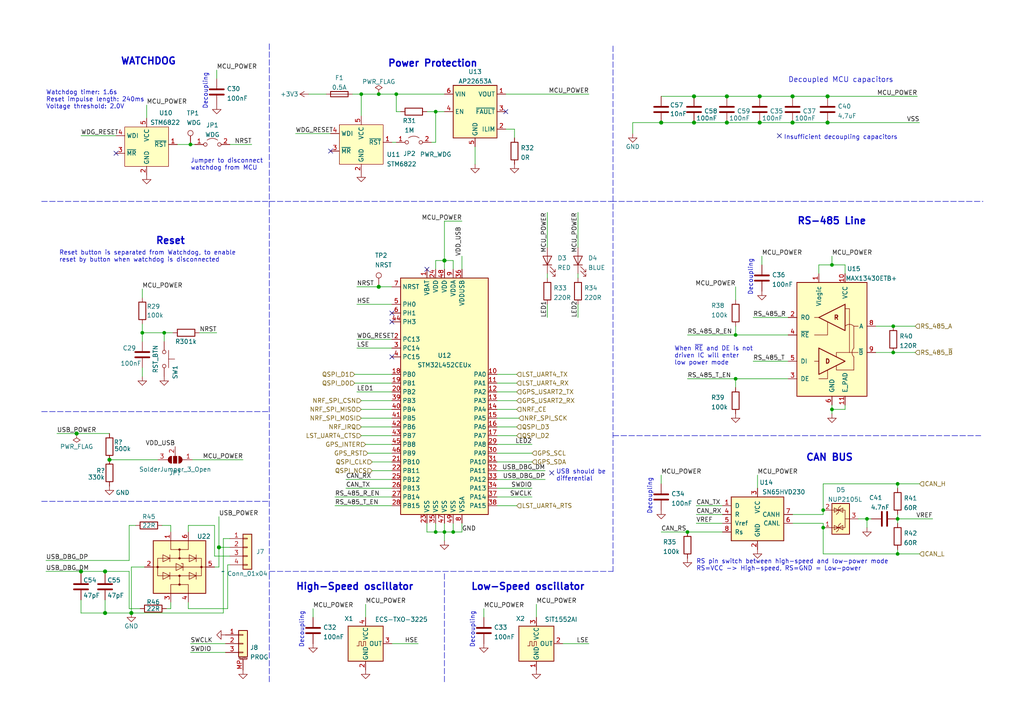
<source format=kicad_sch>
(kicad_sch (version 20210621) (generator eeschema)
  (paper "A4")
  (lib_symbols
    (symbol "Connector:TestPoint" (pin_numbers hide) (pin_names (offset 0.762) hide)
      (property "Reference" "TP" (at 0 6.858 0))
      (property "Value" "TestPoint" (at 0 5.08 0))
      (symbol "TestPoint_1_1"
        (pin passive line (at 0 0 90) (length 2.54) (name "1") (number "1"))
      )
    )
    (symbol "Connector_Generic:Conn_01x04" (pin_names (offset 1.016) hide)
      (property "Reference" "J" (at 0 5.08 0))
      (property "Value" "Conn_01x04" (at 0 -7.62 0))
      (symbol "Conn_01x04_1_1"
        (pin passive line (at -5.08 2.54 0) (length 3.81) (name "Pin_1") (number "1"))
        (pin passive line (at -5.08 0 0) (length 3.81) (name "Pin_2") (number "2"))
        (pin passive line (at -5.08 -2.54 0) (length 3.81) (name "Pin_3") (number "3"))
        (pin passive line (at -5.08 -5.08 0) (length 3.81) (name "Pin_4") (number "4"))
      )
    )
    (symbol "Connector_Generic_MountingPin:Conn_01x03_MountingPin" (pin_names (offset 1.016) hide)
      (property "Reference" "J" (at 0 5.08 0))
      (property "Value" "Conn_01x03_MountingPin" (at 1.27 -5.08 0))
      (symbol "Conn_01x03_MountingPin_1_1"
        (text "Mounting" (at 0 -4.191 0) (effects (font (size 0.381 0.381))))
        (pin passive line (at -5.08 2.54 0) (length 3.81) (name "Pin_1") (number "1"))
        (pin passive line (at -5.08 0 0) (length 3.81) (name "Pin_2") (number "2"))
        (pin passive line (at -5.08 -2.54 0) (length 3.81) (name "Pin_3") (number "3"))
        (pin passive line (at 0 -7.62 90) (length 3.048) (name "MountPin") (number "MP"))
      )
    )
    (symbol "Device:C" (pin_numbers hide) (pin_names (offset 0.254))
      (property "Reference" "C" (at 0.635 2.54 0))
      (property "Value" "C" (at 0.635 -2.54 0))
      (symbol "C_1_1"
        (pin passive line (at 0 3.81 270) (length 2.794) (name "~") (number "1"))
        (pin passive line (at 0 -3.81 90) (length 2.794) (name "~") (number "2"))
      )
    )
    (symbol "Device:Fuse" (pin_numbers hide) (pin_names (offset 0))
      (property "Reference" "F" (at 2.032 0 90))
      (property "Value" "Fuse" (at -1.905 0 90))
      (symbol "Fuse_1_1"
        (pin passive line (at 0 3.81 270) (length 1.27) (name "~") (number "1"))
        (pin passive line (at 0 -3.81 90) (length 1.27) (name "~") (number "2"))
      )
    )
    (symbol "Device:LED" (pin_numbers hide) (pin_names (offset 1.016) hide)
      (property "Reference" "D" (at 0 2.54 0))
      (property "Value" "LED" (at 0 -2.54 0))
      (symbol "LED_1_1"
        (pin passive line (at -3.81 0 0) (length 2.54) (name "K") (number "1"))
        (pin passive line (at 3.81 0 180) (length 2.54) (name "A") (number "2"))
      )
    )
    (symbol "Device:R" (pin_numbers hide) (pin_names (offset 0))
      (property "Reference" "R" (at 2.032 0 90))
      (property "Value" "R" (at 0 0 90))
      (symbol "R_1_1"
        (pin passive line (at 0 3.81 270) (length 1.27) (name "~") (number "1"))
        (pin passive line (at 0 -3.81 90) (length 1.27) (name "~") (number "2"))
      )
    )
    (symbol "Interface_CAN_LIN:SN65HVD230" (pin_names (offset 1.016))
      (property "Reference" "U" (at -2.54 10.16 0))
      (property "Value" "SN65HVD230" (at -2.54 7.62 0))
      (symbol "SN65HVD230_1_1"
        (pin input line (at -10.16 2.54 0) (length 2.54) (name "D") (number "1"))
        (pin power_in line (at 0 -10.16 90) (length 2.54) (name "GND") (number "2"))
        (pin power_in line (at 0 7.62 270) (length 2.54) (name "VCC") (number "3"))
        (pin output line (at -10.16 0 0) (length 2.54) (name "R") (number "4"))
        (pin output line (at -10.16 -2.54 0) (length 2.54) (name "Vref") (number "5"))
        (pin bidirectional line (at 10.16 -2.54 180) (length 2.54) (name "CANL") (number "6"))
        (pin bidirectional line (at 10.16 0 180) (length 2.54) (name "CANH") (number "7"))
        (pin input line (at -10.16 -5.08 0) (length 2.54) (name "Rs") (number "8"))
      )
    )
    (symbol "Jumper:Jumper_2_Open" (pin_names (offset 0) hide)
      (property "Reference" "JP" (at 0 2.794 0))
      (property "Value" "Jumper_2_Open" (at 0 -2.286 0))
      (symbol "Jumper_2_Open_1_1"
        (pin passive line (at -5.08 0 0) (length 2.54) (name "A") (number "1"))
        (pin passive line (at 5.08 0 180) (length 2.54) (name "B") (number "2"))
      )
    )
    (symbol "Jumper:SolderJumper_3_Open" (pin_names (offset 0) hide)
      (property "Reference" "JP" (at -2.54 -2.54 0))
      (property "Value" "SolderJumper_3_Open" (at 0 2.794 0))
      (symbol "SolderJumper_3_Open_1_1"
        (pin passive line (at -5.08 0 0) (length 2.54) (name "A") (number "1"))
        (pin input line (at 0 -3.81 90) (length 2.54) (name "C") (number "2"))
        (pin passive line (at 5.08 0 180) (length 2.54) (name "B") (number "3"))
      )
    )
    (symbol "Jumper_2_Open_1" (pin_names (offset 0) hide)
      (property "Reference" "JP" (at 0 2.794 0))
      (property "Value" "Jumper_2_Open_1" (at 0 -2.286 0))
      (symbol "Jumper_2_Open_1_1_1"
        (pin passive line (at -5.08 0 0) (length 2.54) (name "A") (number "1"))
        (pin passive line (at 5.08 0 180) (length 2.54) (name "B") (number "2"))
      )
    )
    (symbol "MCU_ST_STM32L4:STM32L452CEUx"
      (property "Reference" "U" (at -12.7 34.29 0))
      (property "Value" "STM32L452CEUx" (at 7.62 34.29 0))
      (symbol "STM32L452CEUx_1_1"
        (pin power_in line (at -5.08 35.56 270) (length 2.54) (name "VBAT") (number "1"))
        (pin bidirectional line (at 15.24 5.08 180) (length 2.54) (name "PA0") (number "10"))
        (pin bidirectional line (at 15.24 2.54 180) (length 2.54) (name "PA1") (number "11"))
        (pin bidirectional line (at 15.24 0 180) (length 2.54) (name "PA2") (number "12"))
        (pin bidirectional line (at 15.24 -2.54 180) (length 2.54) (name "PA3") (number "13"))
        (pin bidirectional line (at 15.24 -5.08 180) (length 2.54) (name "PA4") (number "14"))
        (pin bidirectional line (at 15.24 -7.62 180) (length 2.54) (name "PA5") (number "15"))
        (pin bidirectional line (at 15.24 -10.16 180) (length 2.54) (name "PA6") (number "16"))
        (pin bidirectional line (at 15.24 -12.7 180) (length 2.54) (name "PA7") (number "17"))
        (pin bidirectional line (at -15.24 5.08 0) (length 2.54) (name "PB0") (number "18"))
        (pin bidirectional line (at -15.24 2.54 0) (length 2.54) (name "PB1") (number "19"))
        (pin bidirectional line (at -15.24 15.24 0) (length 2.54) (name "PC13") (number "2"))
        (pin bidirectional line (at -15.24 0 0) (length 2.54) (name "PB2") (number "20"))
        (pin bidirectional line (at -15.24 -20.32 0) (length 2.54) (name "PB10") (number "21"))
        (pin bidirectional line (at -15.24 -22.86 0) (length 2.54) (name "PB11") (number "22"))
        (pin power_in line (at -5.08 -38.1 90) (length 2.54) (name "VSS") (number "23"))
        (pin power_in line (at -2.54 35.56 270) (length 2.54) (name "VDD") (number "24"))
        (pin bidirectional line (at -15.24 -25.4 0) (length 2.54) (name "PB12") (number "25"))
        (pin bidirectional line (at -15.24 -27.94 0) (length 2.54) (name "PB13") (number "26"))
        (pin bidirectional line (at -15.24 -30.48 0) (length 2.54) (name "PB14") (number "27"))
        (pin bidirectional line (at -15.24 -33.02 0) (length 2.54) (name "PB15") (number "28"))
        (pin bidirectional line (at 15.24 -15.24 180) (length 2.54) (name "PA8") (number "29"))
        (pin bidirectional line (at -15.24 12.7 0) (length 2.54) (name "PC14") (number "3"))
        (pin bidirectional line (at 15.24 -17.78 180) (length 2.54) (name "PA9") (number "30"))
        (pin bidirectional line (at 15.24 -20.32 180) (length 2.54) (name "PA10") (number "31"))
        (pin bidirectional line (at 15.24 -22.86 180) (length 2.54) (name "PA11") (number "32"))
        (pin bidirectional line (at 15.24 -25.4 180) (length 2.54) (name "PA12") (number "33"))
        (pin bidirectional line (at 15.24 -27.94 180) (length 2.54) (name "PA13") (number "34"))
        (pin power_in line (at -2.54 -38.1 90) (length 2.54) (name "VSS") (number "35"))
        (pin power_in line (at 5.08 35.56 270) (length 2.54) (name "VDDUSB") (number "36"))
        (pin bidirectional line (at 15.24 -30.48 180) (length 2.54) (name "PA14") (number "37"))
        (pin bidirectional line (at 15.24 -33.02 180) (length 2.54) (name "PA15") (number "38"))
        (pin bidirectional line (at -15.24 -2.54 0) (length 2.54) (name "PB3") (number "39"))
        (pin bidirectional line (at -15.24 10.16 0) (length 2.54) (name "PC15") (number "4"))
        (pin bidirectional line (at -15.24 -5.08 0) (length 2.54) (name "PB4") (number "40"))
        (pin bidirectional line (at -15.24 -7.62 0) (length 2.54) (name "PB5") (number "41"))
        (pin bidirectional line (at -15.24 -10.16 0) (length 2.54) (name "PB6") (number "42"))
        (pin bidirectional line (at -15.24 -12.7 0) (length 2.54) (name "PB7") (number "43"))
        (pin bidirectional line (at -15.24 20.32 0) (length 2.54) (name "PH3") (number "44"))
        (pin bidirectional line (at -15.24 -15.24 0) (length 2.54) (name "PB8") (number "45"))
        (pin bidirectional line (at -15.24 -17.78 0) (length 2.54) (name "PB9") (number "46"))
        (pin power_in line (at 0 -38.1 90) (length 2.54) (name "VSS") (number "47"))
        (pin power_in line (at 0 35.56 270) (length 2.54) (name "VDD") (number "48"))
        (pin power_in line (at 2.54 -38.1 90) (length 2.54) (name "VSS") (number "49"))
        (pin input line (at -15.24 25.4 0) (length 2.54) (name "PH0") (number "5"))
        (pin input line (at -15.24 22.86 0) (length 2.54) (name "PH1") (number "6"))
        (pin input line (at -15.24 30.48 0) (length 2.54) (name "NRST") (number "7"))
        (pin power_in line (at 5.08 -38.1 90) (length 2.54) (name "VSSA") (number "8"))
        (pin power_in line (at 2.54 35.56 270) (length 2.54) (name "VDDA") (number "9"))
      )
    )
    (symbol "Power_Protection:NUP2105L" (pin_names hide)
      (property "Reference" "D" (at 5.715 2.54 0))
      (property "Value" "NUP2105L" (at 5.715 0.635 0))
      (symbol "NUP2105L_0_0"
        (pin passive line (at 0 -5.08 90) (length 2.54) (name "A") (number "3"))
      )
      (symbol "NUP2105L_1_1"
        (pin passive line (at -2.54 5.08 270) (length 2.54) (name "K") (number "1"))
        (pin passive line (at 2.54 5.08 270) (length 2.54) (name "K") (number "2"))
      )
    )
    (symbol "Power_Protection:USBLC6-2P6" (pin_names hide)
      (property "Reference" "U" (at 2.54 8.89 0))
      (property "Value" "USBLC6-2P6" (at 2.54 -8.89 0))
      (symbol "USBLC6-2P6_1_1"
        (pin passive line (at -10.16 -2.54 0) (length 2.54) (name "I/O1") (number "1"))
        (pin passive line (at 0 -10.16 90) (length 2.54) (name "GND") (number "2"))
        (pin passive line (at 10.16 -2.54 180) (length 2.54) (name "I/O2") (number "3"))
        (pin passive line (at 10.16 2.54 180) (length 2.54) (name "I/O2") (number "4"))
        (pin passive line (at 0 10.16 270) (length 2.54) (name "VBUS") (number "5"))
        (pin passive line (at -10.16 2.54 0) (length 2.54) (name "I/O1") (number "6"))
      )
    )
    (symbol "Switch:SW_Push" (pin_numbers hide) (pin_names (offset 1.016) hide)
      (property "Reference" "SW" (at 1.27 2.54 0))
      (property "Value" "SW_Push" (at 0 -1.524 0))
      (symbol "SW_Push_0_1"
        (pin passive line (at -5.08 0 0) (length 2.54) (name "1") (number "1"))
        (pin passive line (at 5.08 0 180) (length 2.54) (name "2") (number "2"))
      )
    )
    (symbol "TCY_IC:MAX13430ETB+" (pin_names (offset 1.016))
      (property "Reference" "U" (at -10.16 19.05 0))
      (property "Value" "MAX13430ETB+" (at 5.08 19.05 0))
      (symbol "MAX13430ETB+_0_0"
        (text "D" (at -1.27 -5.08 0) (effects (font (size 1.27 1.27) bold)))
        (text "R" (at 1.27 7.62 0) (effects (font (size 1.27 1.27) bold)))
      )
      (symbol "MAX13430ETB+_1_1"
        (pin power_in line (at -3.81 20.32 270) (length 2.54) (name "Vlogic") (number "1"))
        (pin power_in line (at 3.81 20.32 270) (length 2.54) (name "VCC") (number "10"))
        (pin power_in line (at 3.81 -17.78 90) (length 2.54) (name "E_PAD") (number "11"))
        (pin output line (at -12.7 7.62 0) (length 2.54) (name "RO") (number "2"))
        (pin input line (at -12.7 -10.16 0) (length 2.54) (name "DE") (number "3"))
        (pin input line (at -12.7 2.54 0) (length 2.54) (name "~{RE}") (number "4"))
        (pin input line (at -12.7 -5.08 0) (length 2.54) (name "DI") (number "5"))
        (pin power_in line (at 0 -17.78 90) (length 2.54) (name "GND") (number "6"))
        (pin no_connect line (at 10.16 1.27 180) (length 2.54) hide (name "NC") (number "7"))
        (pin input line (at 12.7 5.08 180) (length 2.54) (name "A") (number "8"))
        (pin input line (at 12.7 -2.54 180) (length 2.54) (name "~{B}") (number "9"))
      )
    )
    (symbol "TCY_IC:STM6822"
      (property "Reference" "U" (at 6.35 13.97 0))
      (property "Value" "STM6822" (at 6.35 16.51 0))
      (symbol "STM6822_1_1"
        (pin open_collector line (at 8.89 6.35 180) (length 2.54) (name "~{RST}") (number "1"))
        (pin passive line (at 0 -2.54 90) (length 2.54) (name "GND") (number "2"))
        (pin input line (at -8.89 3.81 0) (length 2.54) (name "~{MR}") (number "3"))
        (pin input line (at -8.89 8.89 0) (length 2.54) (name "WDI") (number "4"))
        (pin power_in line (at 0 13.97 270) (length 2.54) (name "VCC") (number "5"))
      )
    )
    (symbol "TCY_ocillators:ECS-TXO-3225" (pin_names (offset 0.254))
      (property "Reference" "X" (at -6.35 6.35 0))
      (property "Value" "ECS-TXO-3225" (at 1.27 6.35 0))
      (symbol "ECS-TXO-3225_1_1"
        (pin no_connect line (at -7.62 0 0) (length 2.54) hide (name "NC") (number "1"))
        (pin power_in line (at 0 -7.62 90) (length 2.54) (name "GND") (number "2"))
        (pin output line (at 7.62 0 180) (length 2.54) (name "OUT") (number "3"))
        (pin power_in line (at 0 7.62 270) (length 2.54) (name "VCC") (number "4"))
      )
    )
    (symbol "TCY_ocillators:SiT1552AI" (pin_names (offset 0.254))
      (property "Reference" "X" (at -6.35 6.35 0))
      (property "Value" "SiT1552AI" (at 1.27 6.35 0))
      (symbol "SiT1552AI_1_1"
        (pin power_in line (at 0 -7.62 90) (length 2.54) (name "GND") (number "1"))
        (pin output line (at 7.62 0 180) (length 2.54) (name "OUT") (number "2"))
        (pin power_in line (at 0 7.62 270) (length 2.54) (name "VCC") (number "3"))
        (pin power_in line (at 0 -7.62 90) (length 2.54) hide (name "GND") (number "4"))
      )
    )
    (symbol "TCY_power_management:AP22653"
      (property "Reference" "U" (at 8.89 7.62 0))
      (property "Value" "AP22653" (at 0 7.62 0))
      (symbol "AP22653_1_1"
        (pin power_out line (at 8.89 2.54 180) (length 2.54) (name "VOUT") (number "1"))
        (pin passive line (at 8.89 -7.62 180) (length 2.54) (name "ILIM") (number "2"))
        (pin output line (at 8.89 -2.54 180) (length 2.54) (name "~{FAULT}") (number "3"))
        (pin input line (at -8.89 -2.54 0) (length 2.54) (name "EN") (number "4"))
        (pin passive line (at 0 -12.7 90) (length 2.54) (name "GND") (number "5"))
        (pin power_in line (at -8.89 2.54 0) (length 2.54) (name "VIN") (number "6"))
        (pin passive line (at 0 -12.7 90) (length 2.54) hide (name "E_PAD") (number "7"))
      )
    )
    (symbol "power:+3V3" (power) (pin_names (offset 0))
      (property "Value" "+3V3" (at 0 3.556 0))
      (symbol "+3V3_1_1"
        (pin power_in line (at 0 0 90) (length 0) hide (name "+3V3") (number "1"))
      )
    )
    (symbol "power:GND" (power) (pin_names (offset 0))
      (property "Value" "GND" (at 0 -3.81 0))
      (symbol "GND_1_1"
        (pin power_in line (at 0 0 270) (length 0) hide (name "GND") (number "1"))
      )
    )
    (symbol "power:PWR_FLAG" (power) (pin_numbers hide) (pin_names (offset 0) hide)
      (property "Value" "PWR_FLAG" (at 0 3.81 0))
      (symbol "PWR_FLAG_0_0"
        (pin power_out line (at 0 0 90) (length 0) (name "pwr") (number "1"))
      )
    )
  )
  (junction (at 22.225 125.73) (diameter 1.016))
  (junction (at 23.495 165.735) (diameter 1.016))
  (junction (at 30.48 165.735) (diameter 1.016))
  (junction (at 30.48 177.8) (diameter 1.016))
  (junction (at 31.75 133.35) (diameter 1.016))
  (junction (at 38.1 177.8) (diameter 1.016))
  (junction (at 41.275 96.52) (diameter 0.9144))
  (junction (at 47.625 96.52) (diameter 0.9144))
  (junction (at 55.245 41.91) (diameter 0.9144))
  (junction (at 63.5 158.75) (diameter 1.016))
  (junction (at 104.775 27.305) (diameter 0.9144))
  (junction (at 109.855 27.305) (diameter 0.9144))
  (junction (at 109.855 83.185) (diameter 1.016))
  (junction (at 114.935 27.305) (diameter 0.9144))
  (junction (at 126.365 32.385) (diameter 0.9144))
  (junction (at 126.365 154.305) (diameter 0.9144))
  (junction (at 128.905 75.565) (diameter 1.016))
  (junction (at 128.905 154.305) (diameter 0.9144))
  (junction (at 131.445 154.305) (diameter 0.9144))
  (junction (at 191.77 35.56) (diameter 1.016))
  (junction (at 199.39 154.305) (diameter 0.9144))
  (junction (at 201.295 27.94) (diameter 1.016))
  (junction (at 201.295 35.56) (diameter 1.016))
  (junction (at 210.82 27.94) (diameter 1.016))
  (junction (at 210.82 35.56) (diameter 1.016))
  (junction (at 213.36 97.155) (diameter 0.9144))
  (junction (at 213.36 109.855) (diameter 0.9144))
  (junction (at 220.345 27.94) (diameter 1.016))
  (junction (at 220.345 35.56) (diameter 1.016))
  (junction (at 229.87 27.94) (diameter 1.016))
  (junction (at 229.87 35.56) (diameter 1.016))
  (junction (at 238.76 147.955) (diameter 0.9144))
  (junction (at 238.76 153.035) (diameter 0.9144))
  (junction (at 240.03 27.94) (diameter 1.016))
  (junction (at 240.03 35.56) (diameter 1.016))
  (junction (at 241.3 76.835) (diameter 0.9144))
  (junction (at 241.3 118.745) (diameter 0.9144))
  (junction (at 251.46 150.495) (diameter 0.9144))
  (junction (at 259.08 94.615) (diameter 0.9144))
  (junction (at 259.08 102.235) (diameter 0.9144))
  (junction (at 260.35 140.335) (diameter 0.9144))
  (junction (at 260.35 150.495) (diameter 0.9144))
  (junction (at 260.35 160.655) (diameter 0.9144))
  (no_connect (at 33.655 44.45))
  (no_connect (at 95.885 43.815))
  (no_connect (at 113.665 90.805))
  (no_connect (at 113.665 93.345))
  (no_connect (at 113.665 103.505))
  (no_connect (at 123.825 78.105))
  (no_connect (at 146.685 32.385))
  (no_connect (at 160.02 137.16))
  (no_connect (at 226.06 39.37))
  (wire (pts (xy 13.335 162.56) (xy 37.465 162.56)))
  (wire (pts (xy 13.335 165.735) (xy 23.495 165.735)))
  (wire (pts (xy 16.51 125.73) (xy 22.225 125.73)))
  (wire (pts (xy 22.225 125.73) (xy 31.75 125.73)))
  (wire (pts (xy 23.495 39.37) (xy 33.655 39.37)))
  (wire (pts (xy 23.495 165.735) (xy 23.495 166.37)))
  (wire (pts (xy 23.495 165.735) (xy 30.48 165.735)))
  (wire (pts (xy 23.495 173.99) (xy 23.495 177.8)))
  (wire (pts (xy 23.495 177.8) (xy 30.48 177.8)))
  (wire (pts (xy 30.48 165.735) (xy 30.48 166.37)))
  (wire (pts (xy 30.48 165.735) (xy 37.465 165.735)))
  (wire (pts (xy 30.48 173.99) (xy 30.48 177.8)))
  (wire (pts (xy 30.48 177.8) (xy 38.1 177.8)))
  (wire (pts (xy 31.75 133.35) (xy 45.72 133.35)))
  (wire (pts (xy 37.465 152.4) (xy 37.465 162.56)))
  (wire (pts (xy 37.465 165.735) (xy 37.465 176.53)))
  (wire (pts (xy 38.1 164.465) (xy 41.91 164.465)))
  (wire (pts (xy 38.1 177.8) (xy 38.1 164.465)))
  (wire (pts (xy 38.1 177.8) (xy 64.77 177.8)))
  (wire (pts (xy 39.37 152.4) (xy 37.465 152.4)))
  (wire (pts (xy 40.64 176.53) (xy 37.465 176.53)))
  (wire (pts (xy 41.275 83.82) (xy 41.275 86.36)))
  (wire (pts (xy 41.275 93.98) (xy 41.275 96.52)))
  (wire (pts (xy 41.275 96.52) (xy 41.275 99.06)))
  (wire (pts (xy 41.275 96.52) (xy 47.625 96.52)))
  (wire (pts (xy 41.275 106.68) (xy 41.275 109.22)))
  (wire (pts (xy 42.545 30.48) (xy 42.545 34.29)))
  (wire (pts (xy 46.99 152.4) (xy 49.53 152.4)))
  (wire (pts (xy 47.625 96.52) (xy 47.625 99.06)))
  (wire (pts (xy 47.625 96.52) (xy 50.165 96.52)))
  (wire (pts (xy 48.26 176.53) (xy 49.53 176.53)))
  (wire (pts (xy 49.53 154.305) (xy 49.53 152.4)))
  (wire (pts (xy 49.53 174.625) (xy 49.53 176.53)))
  (wire (pts (xy 51.435 41.91) (xy 55.245 41.91)))
  (wire (pts (xy 54.61 152.4) (xy 54.61 154.305)))
  (wire (pts (xy 54.61 174.625) (xy 54.61 176.53)))
  (wire (pts (xy 54.61 176.53) (xy 66.04 176.53)))
  (wire (pts (xy 55.245 41.91) (xy 56.515 41.91)))
  (wire (pts (xy 55.88 133.35) (xy 70.485 133.35)))
  (wire (pts (xy 57.785 96.52) (xy 62.865 96.52)))
  (wire (pts (xy 62.23 152.4) (xy 54.61 152.4)))
  (wire (pts (xy 62.23 161.29) (xy 62.23 152.4)))
  (wire (pts (xy 62.23 164.465) (xy 63.5 164.465)))
  (wire (pts (xy 62.865 20.32) (xy 62.865 22.86)))
  (wire (pts (xy 63.5 149.86) (xy 63.5 158.75)))
  (wire (pts (xy 63.5 158.75) (xy 63.5 164.465)))
  (wire (pts (xy 63.5 158.75) (xy 66.675 158.75)))
  (wire (pts (xy 64.77 156.21) (xy 64.77 177.8)))
  (wire (pts (xy 65.405 186.69) (xy 55.245 186.69)))
  (wire (pts (xy 65.405 189.23) (xy 55.245 189.23)))
  (wire (pts (xy 66.04 163.83) (xy 66.04 176.53)))
  (wire (pts (xy 66.675 41.91) (xy 73.025 41.91)))
  (wire (pts (xy 66.675 156.21) (xy 64.77 156.21)))
  (wire (pts (xy 66.675 161.29) (xy 62.23 161.29)))
  (wire (pts (xy 66.675 163.83) (xy 66.04 163.83)))
  (wire (pts (xy 85.725 38.735) (xy 95.885 38.735)))
  (wire (pts (xy 89.535 27.305) (xy 94.615 27.305)))
  (wire (pts (xy 90.805 176.53) (xy 90.805 179.07)))
  (wire (pts (xy 97.155 144.145) (xy 113.665 144.145)))
  (wire (pts (xy 97.155 146.685) (xy 113.665 146.685)))
  (wire (pts (xy 100.33 139.065) (xy 113.665 139.065)))
  (wire (pts (xy 100.33 141.605) (xy 113.665 141.605)))
  (wire (pts (xy 102.235 27.305) (xy 104.775 27.305)))
  (wire (pts (xy 102.87 108.585) (xy 113.665 108.585)))
  (wire (pts (xy 102.87 111.125) (xy 113.665 111.125)))
  (wire (pts (xy 103.505 83.185) (xy 109.855 83.185)))
  (wire (pts (xy 103.505 88.265) (xy 113.665 88.265)))
  (wire (pts (xy 103.505 98.425) (xy 113.665 98.425)))
  (wire (pts (xy 103.505 100.965) (xy 113.665 100.965)))
  (wire (pts (xy 104.775 27.305) (xy 109.855 27.305)))
  (wire (pts (xy 104.775 33.655) (xy 104.775 27.305)))
  (wire (pts (xy 104.775 116.205) (xy 113.665 116.205)))
  (wire (pts (xy 104.775 118.745) (xy 113.665 118.745)))
  (wire (pts (xy 104.775 121.285) (xy 113.665 121.285)))
  (wire (pts (xy 104.775 123.825) (xy 113.665 123.825)))
  (wire (pts (xy 104.775 126.365) (xy 113.665 126.365)))
  (wire (pts (xy 106.045 128.905) (xy 113.665 128.905)))
  (wire (pts (xy 106.045 175.26) (xy 106.045 179.07)))
  (wire (pts (xy 106.68 131.445) (xy 113.665 131.445)))
  (wire (pts (xy 109.855 27.305) (xy 114.935 27.305)))
  (wire (pts (xy 109.855 83.185) (xy 113.665 83.185)))
  (wire (pts (xy 113.665 41.275) (xy 114.935 41.275)))
  (wire (pts (xy 113.665 113.665) (xy 103.505 113.665)))
  (wire (pts (xy 113.665 133.985) (xy 107.95 133.985)))
  (wire (pts (xy 113.665 136.525) (xy 107.95 136.525)))
  (wire (pts (xy 113.665 186.69) (xy 121.285 186.69)))
  (wire (pts (xy 114.935 27.305) (xy 114.935 32.385)))
  (wire (pts (xy 114.935 27.305) (xy 128.905 27.305)))
  (wire (pts (xy 116.205 32.385) (xy 114.935 32.385)))
  (wire (pts (xy 123.825 32.385) (xy 126.365 32.385)))
  (wire (pts (xy 123.825 154.305) (xy 123.825 151.765)))
  (wire (pts (xy 125.095 41.275) (xy 126.365 41.275)))
  (wire (pts (xy 126.365 32.385) (xy 126.365 41.275)))
  (wire (pts (xy 126.365 32.385) (xy 128.905 32.385)))
  (wire (pts (xy 126.365 75.565) (xy 128.905 75.565)))
  (wire (pts (xy 126.365 78.105) (xy 126.365 75.565)))
  (wire (pts (xy 126.365 151.765) (xy 126.365 154.305)))
  (wire (pts (xy 126.365 154.305) (xy 123.825 154.305)))
  (wire (pts (xy 128.905 64.135) (xy 128.905 75.565)))
  (wire (pts (xy 128.905 64.135) (xy 133.985 64.135)))
  (wire (pts (xy 128.905 75.565) (xy 128.905 78.105)))
  (wire (pts (xy 128.905 75.565) (xy 131.445 75.565)))
  (wire (pts (xy 128.905 151.765) (xy 128.905 154.305)))
  (wire (pts (xy 128.905 154.305) (xy 126.365 154.305)))
  (wire (pts (xy 128.905 154.305) (xy 131.445 154.305)))
  (wire (pts (xy 128.905 156.845) (xy 128.905 154.305)))
  (wire (pts (xy 131.445 78.105) (xy 131.445 75.565)))
  (wire (pts (xy 131.445 151.765) (xy 131.445 154.305)))
  (wire (pts (xy 131.445 154.305) (xy 133.985 154.305)))
  (wire (pts (xy 133.985 74.295) (xy 133.985 78.105)))
  (wire (pts (xy 133.985 154.305) (xy 133.985 151.765)))
  (wire (pts (xy 137.795 42.545) (xy 137.795 47.625)))
  (wire (pts (xy 140.335 176.53) (xy 140.335 179.07)))
  (wire (pts (xy 144.145 108.585) (xy 149.86 108.585)))
  (wire (pts (xy 144.145 111.125) (xy 149.86 111.125)))
  (wire (pts (xy 144.145 113.665) (xy 149.86 113.665)))
  (wire (pts (xy 144.145 116.205) (xy 149.86 116.205)))
  (wire (pts (xy 144.145 118.745) (xy 149.86 118.745)))
  (wire (pts (xy 144.145 121.285) (xy 150.495 121.285)))
  (wire (pts (xy 144.145 123.825) (xy 149.86 123.825)))
  (wire (pts (xy 144.145 126.365) (xy 149.86 126.365)))
  (wire (pts (xy 144.145 128.905) (xy 154.305 128.905)))
  (wire (pts (xy 144.145 131.445) (xy 154.305 131.445)))
  (wire (pts (xy 144.145 133.985) (xy 154.305 133.985)))
  (wire (pts (xy 144.145 136.525) (xy 158.115 136.525)))
  (wire (pts (xy 144.145 139.065) (xy 158.115 139.065)))
  (wire (pts (xy 144.145 141.605) (xy 154.305 141.605)))
  (wire (pts (xy 144.145 144.145) (xy 154.305 144.145)))
  (wire (pts (xy 144.145 146.685) (xy 149.86 146.685)))
  (wire (pts (xy 146.685 27.305) (xy 170.815 27.305)))
  (wire (pts (xy 146.685 37.465) (xy 149.225 37.465)))
  (wire (pts (xy 149.225 37.465) (xy 149.225 40.005)))
  (wire (pts (xy 155.575 175.26) (xy 155.575 179.07)))
  (wire (pts (xy 158.75 61.595) (xy 158.75 71.755)))
  (wire (pts (xy 158.75 79.375) (xy 158.75 80.645)))
  (wire (pts (xy 158.75 88.265) (xy 158.75 92.075)))
  (wire (pts (xy 163.195 186.69) (xy 170.815 186.69)))
  (wire (pts (xy 167.64 61.595) (xy 167.64 71.755)))
  (wire (pts (xy 167.64 79.375) (xy 167.64 80.645)))
  (wire (pts (xy 167.64 88.265) (xy 167.64 92.075)))
  (wire (pts (xy 183.515 35.56) (xy 191.77 35.56)))
  (wire (pts (xy 183.515 38.735) (xy 183.515 35.56)))
  (wire (pts (xy 191.77 27.94) (xy 201.295 27.94)))
  (wire (pts (xy 191.77 35.56) (xy 201.295 35.56)))
  (wire (pts (xy 191.77 137.795) (xy 191.77 140.335)))
  (wire (pts (xy 191.77 154.305) (xy 199.39 154.305)))
  (wire (pts (xy 199.39 97.155) (xy 213.36 97.155)))
  (wire (pts (xy 199.39 109.855) (xy 213.36 109.855)))
  (wire (pts (xy 199.39 154.305) (xy 209.55 154.305)))
  (wire (pts (xy 201.295 27.94) (xy 210.82 27.94)))
  (wire (pts (xy 201.295 35.56) (xy 210.82 35.56)))
  (wire (pts (xy 201.93 146.685) (xy 209.55 146.685)))
  (wire (pts (xy 201.93 149.225) (xy 209.55 149.225)))
  (wire (pts (xy 201.93 151.765) (xy 209.55 151.765)))
  (wire (pts (xy 210.82 27.94) (xy 220.345 27.94)))
  (wire (pts (xy 210.82 35.56) (xy 220.345 35.56)))
  (wire (pts (xy 213.36 83.185) (xy 213.36 86.995)))
  (wire (pts (xy 213.36 94.615) (xy 213.36 97.155)))
  (wire (pts (xy 213.36 97.155) (xy 228.6 97.155)))
  (wire (pts (xy 213.36 109.855) (xy 213.36 112.395)))
  (wire (pts (xy 213.36 109.855) (xy 228.6 109.855)))
  (wire (pts (xy 218.44 92.075) (xy 228.6 92.075)))
  (wire (pts (xy 218.44 104.775) (xy 228.6 104.775)))
  (wire (pts (xy 219.71 137.795) (xy 219.71 141.605)))
  (wire (pts (xy 220.345 27.94) (xy 229.87 27.94)))
  (wire (pts (xy 220.345 35.56) (xy 229.87 35.56)))
  (wire (pts (xy 220.98 74.295) (xy 220.98 76.835)))
  (wire (pts (xy 229.87 27.94) (xy 240.03 27.94)))
  (wire (pts (xy 229.87 35.56) (xy 240.03 35.56)))
  (wire (pts (xy 229.87 149.225) (xy 238.76 149.225)))
  (wire (pts (xy 229.87 151.765) (xy 238.76 151.765)))
  (wire (pts (xy 237.49 76.835) (xy 241.3 76.835)))
  (wire (pts (xy 237.49 79.375) (xy 237.49 76.835)))
  (wire (pts (xy 238.76 140.335) (xy 238.76 147.955)))
  (wire (pts (xy 238.76 149.225) (xy 238.76 147.955)))
  (wire (pts (xy 238.76 151.765) (xy 238.76 153.035)))
  (wire (pts (xy 238.76 153.035) (xy 238.76 160.655)))
  (wire (pts (xy 240.03 27.94) (xy 266.065 27.94)))
  (wire (pts (xy 240.03 35.56) (xy 266.7 35.56)))
  (wire (pts (xy 241.3 76.835) (xy 241.3 74.295)))
  (wire (pts (xy 241.3 117.475) (xy 241.3 118.745)))
  (wire (pts (xy 241.3 118.745) (xy 241.3 120.015)))
  (wire (pts (xy 245.11 76.835) (xy 241.3 76.835)))
  (wire (pts (xy 245.11 79.375) (xy 245.11 76.835)))
  (wire (pts (xy 245.11 117.475) (xy 245.11 118.745)))
  (wire (pts (xy 245.11 118.745) (xy 241.3 118.745)))
  (wire (pts (xy 248.92 150.495) (xy 251.46 150.495)))
  (wire (pts (xy 251.46 150.495) (xy 251.46 153.035)))
  (wire (pts (xy 251.46 150.495) (xy 252.73 150.495)))
  (wire (pts (xy 254 94.615) (xy 259.08 94.615)))
  (wire (pts (xy 254 102.235) (xy 259.08 102.235)))
  (wire (pts (xy 259.08 94.615) (xy 265.43 94.615)))
  (wire (pts (xy 259.08 102.235) (xy 265.43 102.235)))
  (wire (pts (xy 260.35 140.335) (xy 238.76 140.335)))
  (wire (pts (xy 260.35 140.335) (xy 260.35 141.605)))
  (wire (pts (xy 260.35 149.225) (xy 260.35 150.495)))
  (wire (pts (xy 260.35 150.495) (xy 270.51 150.495)))
  (wire (pts (xy 260.35 151.765) (xy 260.35 150.495)))
  (wire (pts (xy 260.35 159.385) (xy 260.35 160.655)))
  (wire (pts (xy 260.35 160.655) (xy 238.76 160.655)))
  (wire (pts (xy 266.7 140.335) (xy 260.35 140.335)))
  (wire (pts (xy 266.7 160.655) (xy 260.35 160.655)))
  (polyline (pts (xy 12.065 58.42) (xy 78.105 58.42)) (stroke (width 0) (type dash)))
  (polyline (pts (xy 12.065 119.38) (xy 78.105 119.38)) (stroke (width 0) (type dash)))
  (polyline (pts (xy 12.065 145.415) (xy 78.105 145.415)) (stroke (width 0) (type dash)))
  (polyline (pts (xy 78.105 12.7) (xy 78.105 166.37)) (stroke (width 0) (type dash)))
  (polyline (pts (xy 78.105 58.42) (xy 177.165 58.42)) (stroke (width 0) (type dash)))
  (polyline (pts (xy 78.105 165.735) (xy 177.8 165.735)) (stroke (width 0) (type dash)))
  (polyline (pts (xy 78.105 166.37) (xy 78.105 198.12)) (stroke (width 0) (type dash)))
  (polyline (pts (xy 128.905 166.37) (xy 128.905 198.12)) (stroke (width 0) (type dash)))
  (polyline (pts (xy 177.165 58.42) (xy 191.135 58.42)) (stroke (width 0) (type dash)))
  (polyline (pts (xy 177.8 13.335) (xy 177.8 165.735)) (stroke (width 0) (type dash)))
  (polyline (pts (xy 177.8 126.365) (xy 284.48 126.365)) (stroke (width 0) (type dash)))
  (polyline (pts (xy 191.135 58.42) (xy 285.115 58.42)) (stroke (width 0) (type dash)))
  (text "Watchdog timer: 1.6s\nReset impulse length: 240ms\nVoltage threshold: 2.0V" (at 13.335 31.75 0) (effects (font (size 1.27 1.27)) (justify left bottom)))
  (text "Reset button is separated from Watchdog, to enable\nreset by button when watchdog is disconnected" (at 17.145 76.2 0) (effects (font (size 1.27 1.27)) (justify left bottom)))
  (text "WATCHDOG" (at 34.925 19.05 0) (effects (font (size 2 2) (thickness 0.4) bold) (justify left bottom)))
  (text "Reset" (at 45.085 71.12 0) (effects (font (size 2 2) (thickness 0.4) bold) (justify left bottom)))
  (text "Jumper to disconnect\nwatchdog from MCU" (at 55.245 49.53 0) (effects (font (size 1.27 1.27)) (justify left bottom)))
  (text "Decoupling" (at 60.325 31.75 90) (effects (font (size 1.27 1.27)) (justify left bottom)))
  (text "High-Speed oscillator" (at 85.725 171.45 0) (effects (font (size 2 2) (thickness 0.4) bold) (justify left bottom)))
  (text "Decoupling" (at 88.265 187.96 90) (effects (font (size 1.27 1.27)) (justify left bottom)))
  (text "Power Protection" (at 112.395 19.685 0) (effects (font (size 2 2) (thickness 0.4) bold) (justify left bottom)))
  (text "Low-Speed oscillator" (at 136.525 171.45 0) (effects (font (size 2 2) (thickness 0.4) bold) (justify left bottom)))
  (text "Decoupling" (at 137.795 187.96 90) (effects (font (size 1.27 1.27)) (justify left bottom)))
  (text "USB should be\ndifferential" (at 161.29 139.7 0) (effects (font (size 1.27 1.27)) (justify left bottom)))
  (text "Decoupling" (at 189.23 149.225 90) (effects (font (size 1.27 1.27)) (justify left bottom)))
  (text "When ~{RE} and DE is not\ndriven IC will enter\nlow power mode" (at 195.58 106.045 0) (effects (font (size 1.27 1.27)) (justify left bottom)))
  (text "RS pin switch between high-speed and low-power mode\nRS=VCC -> High-speed, RS=GND = Low-power" (at 201.93 165.735 0) (effects (font (size 1.27 1.27)) (justify left bottom)))
  (text "Decoupling" (at 218.44 85.725 90) (effects (font (size 1.27 1.27)) (justify left bottom)))
  (text "Insufficient decoupling capacitors" (at 227.33 40.64 0) (effects (font (size 1.27 1.27)) (justify left bottom)))
  (text "Decoupled MCU capacitors" (at 228.6 24.13 0) (effects (font (size 1.5 1.5)) (justify left bottom)))
  (text "RS-485 Line" (at 231.14 65.405 0) (effects (font (size 2 2) (thickness 0.4) bold) (justify left bottom)))
  (text "CAN BUS" (at 233.68 133.985 0) (effects (font (size 2 2) (thickness 0.4) bold) (justify left bottom)))
  (text "\n\n" (at 243.84 40.005 0) (effects (font (size 1.27 1.27)) (justify left bottom)))
  (label "USB_DBG_DP" (at 13.335 162.56 0))
  (label "USB_DBG_DM" (at 13.335 165.735 0))
  (label "USB_POWER" (at 16.51 125.73 0))
  (label "WDG_RESET" (at 23.495 39.37 0))
  (label "MCU_POWER" (at 41.275 83.82 0))
  (label "MCU_POWER" (at 42.545 30.48 0))
  (label "VDD_USB" (at 50.8 129.54 180))
  (label "SWCLK" (at 55.245 186.69 0))
  (label "SWDIO" (at 55.245 189.23 0))
  (label "MCU_POWER" (at 62.865 20.32 0))
  (label "NRST" (at 62.865 96.52 180))
  (label "USB_POWER" (at 63.5 149.86 0))
  (label "MCU_POWER" (at 70.485 133.35 180))
  (label "NRST" (at 73.025 41.91 180))
  (label "WDG_RESET" (at 85.725 38.735 0))
  (label "MCU_POWER" (at 90.805 176.53 0))
  (label "RS_485_R_EN" (at 97.155 144.145 0))
  (label "RS_485_T_EN" (at 97.155 146.685 0))
  (label "CAN_RX" (at 100.33 139.065 0))
  (label "CAN_TX" (at 100.33 141.605 0))
  (label "NRST" (at 103.505 83.185 0))
  (label "HSE" (at 103.505 88.265 0))
  (label "WDG_RESET" (at 103.505 98.425 0))
  (label "LSE" (at 103.505 100.965 0))
  (label "LED1" (at 103.505 113.665 0))
  (label "MCU_POWER" (at 106.045 175.26 0))
  (label "HSE" (at 121.285 186.69 180))
  (label "MCU_POWER" (at 133.985 64.135 180))
  (label "VDD_USB" (at 133.985 74.295 90))
  (label "GND" (at 133.985 154.305 0))
  (label "MCU_POWER" (at 140.335 176.53 0))
  (label "LED2" (at 154.305 128.905 180))
  (label "SWDIO" (at 154.305 141.605 180))
  (label "SWCLK" (at 154.305 144.145 180))
  (label "MCU_POWER" (at 155.575 175.26 0))
  (label "USB_DBG_DM" (at 158.115 136.525 180))
  (label "USB_DBG_DP" (at 158.115 139.065 180))
  (label "MCU_POWER" (at 158.75 61.595 270))
  (label "LED1" (at 158.75 92.075 90))
  (label "MCU_POWER" (at 167.64 61.595 270))
  (label "LED2" (at 167.64 92.075 90))
  (label "MCU_POWER" (at 170.815 27.305 180))
  (label "LSE" (at 170.815 186.69 180))
  (label "MCU_POWER" (at 191.77 137.795 0))
  (label "CAN_RS" (at 191.77 154.305 0))
  (label "RS_485_R_EN" (at 199.39 97.155 0))
  (label "RS_485_T_EN" (at 199.39 109.855 0))
  (label "CAN_TX" (at 201.93 146.685 0))
  (label "CAN_RX" (at 201.93 149.225 0))
  (label "VREF" (at 201.93 151.765 0))
  (label "MCU_POWER" (at 213.36 83.185 180))
  (label "RS_485_R" (at 218.44 92.075 0))
  (label "RS_485_T" (at 218.44 104.775 0))
  (label "MCU_POWER" (at 219.71 137.795 0))
  (label "MCU_POWER" (at 220.98 74.295 0))
  (label "MCU_POWER" (at 241.3 74.295 0))
  (label "MCU_POWER" (at 266.065 27.94 180))
  (label "VSS" (at 266.7 35.56 180))
  (label "VREF" (at 270.51 150.495 180))
  (hierarchical_label "QSPI_D1" (shape input) (at 102.87 108.585 180))
  (hierarchical_label "QSPI_D0" (shape input) (at 102.87 111.125 180))
  (hierarchical_label "NRF_SPI_CSN" (shape input) (at 104.775 116.205 180))
  (hierarchical_label "NRF_SPI_MISO" (shape input) (at 104.775 118.745 180))
  (hierarchical_label "NRF_SPI_MOSI" (shape input) (at 104.775 121.285 180))
  (hierarchical_label "NRF_IRQ" (shape input) (at 104.775 123.825 180))
  (hierarchical_label "LST_UART4_CTS" (shape input) (at 104.775 126.365 180))
  (hierarchical_label "GPS_INTER" (shape input) (at 106.045 128.905 180))
  (hierarchical_label "GPS_RST" (shape input) (at 106.68 131.445 180))
  (hierarchical_label "QSPI_CLK" (shape input) (at 107.95 133.985 180))
  (hierarchical_label "QSPI_NCS" (shape input) (at 107.95 136.525 180))
  (hierarchical_label "LST_UART4_TX" (shape input) (at 149.86 108.585 0))
  (hierarchical_label "LST_UART4_RX" (shape input) (at 149.86 111.125 0))
  (hierarchical_label "GPS_USART2_TX" (shape input) (at 149.86 113.665 0))
  (hierarchical_label "GPS_USART2_RX" (shape input) (at 149.86 116.205 0))
  (hierarchical_label "NRF_CE" (shape input) (at 149.86 118.745 0))
  (hierarchical_label "QSPI_D3" (shape input) (at 149.86 123.825 0))
  (hierarchical_label "QSPI_D2" (shape input) (at 149.86 126.365 0))
  (hierarchical_label "LST_UART4_RTS" (shape input) (at 149.86 146.685 0))
  (hierarchical_label "NRF_SPI_SCK" (shape input) (at 150.495 121.285 0))
  (hierarchical_label "GPS_SCL" (shape input) (at 154.305 131.445 0))
  (hierarchical_label "GPS_SDA" (shape input) (at 154.305 133.985 0))
  (hierarchical_label "RS_485_A" (shape input) (at 265.43 94.615 0))
  (hierarchical_label "RS_485_~{B}" (shape input) (at 265.43 102.235 0))
  (hierarchical_label "CAN_H" (shape input) (at 266.7 140.335 0))
  (hierarchical_label "CAN_L" (shape input) (at 266.7 160.655 0))
  (symbol (lib_id "power:+3V3") (at 89.535 27.305 90) (unit 1)
    (property "Reference" "#PWR0157" (effects hide))
    (property "Value" "+3V3" (at 81.28 27.3049 90) (effects (justify right)))
  )
  (symbol (lib_id "power:PWR_FLAG") (at 22.225 125.73 180) (unit 1)
    (property "Reference" "#FLG0103" (effects hide))
    (property "Value" "PWR_FLAG" (at 22.225 129.54 0))
  )
  (symbol (lib_id "power:PWR_FLAG") (at 109.855 27.305 0) (unit 1)
    (property "Reference" "#FLG0101" (effects hide))
    (property "Value" "PWR_FLAG" (at 109.855 23.7004 0))
  )
  (symbol (lib_id "Connector:TestPoint") (at 55.245 41.91 0) (unit 1)
    (property "Reference" "TP1" (at 54.1021 32.81 0) (effects (justify left)))
    (property "Value" "WDG" (at 54.1021 35.5851 0) (effects (justify left)))
    (property "Footprint" "TCY_connectors:TestPoint_Pad_D0.5mm" (effects hide))
  )
  (symbol (lib_id "Connector:TestPoint") (at 109.855 83.185 0) (unit 1)
    (property "Reference" "TP2" (at 108.7121 74.085 0) (effects (justify left)))
    (property "Value" "NRST" (at 108.7121 76.8601 0) (effects (justify left)))
    (property "Footprint" "TCY_connectors:TestPoint_Pad_D0.5mm" (effects hide))
  )
  (symbol (lib_id "power:GND") (at 31.75 140.97 0) (unit 1)
    (property "Reference" "#PWR0134" (effects hide))
    (property "Value" "GND" (at 35.56 142.875 0))
  )
  (symbol (lib_id "power:GND") (at 38.1 177.8 0) (unit 1)
    (property "Reference" "#PWR0141" (effects hide))
    (property "Value" "GND" (at 38.1 181.61 0))
  )
  (symbol (lib_id "power:GND") (at 41.275 109.22 0) (unit 1)
    (property "Reference" "#PWR0127" (effects hide))
    (property "Value" "GND" (effects hide))
  )
  (symbol (lib_id "power:GND") (at 42.545 50.8 0) (unit 1)
    (property "Reference" "#PWR0125" (effects hide))
    (property "Value" "GND" (effects hide))
  )
  (symbol (lib_id "power:GND") (at 47.625 109.22 0) (unit 1)
    (property "Reference" "#PWR0128" (effects hide))
    (property "Value" "GND" (effects hide))
  )
  (symbol (lib_id "power:GND") (at 62.865 30.48 0) (unit 1)
    (property "Reference" "#PWR0126" (effects hide))
    (property "Value" "GND" (effects hide))
  )
  (symbol (lib_id "power:GND") (at 65.405 184.15 270) (unit 1)
    (property "Reference" "#PWR0132" (effects hide))
    (property "Value" "GND" (effects hide))
  )
  (symbol (lib_id "power:GND") (at 70.485 194.31 0) (unit 1)
    (property "Reference" "#PWR0131" (effects hide))
    (property "Value" "GND" (effects hide))
  )
  (symbol (lib_id "power:GND") (at 90.805 186.69 0) (unit 1)
    (property "Reference" "#PWR0133" (effects hide))
    (property "Value" "GND" (effects hide))
  )
  (symbol (lib_id "power:GND") (at 104.775 50.165 0) (unit 1)
    (property "Reference" "#PWR0137" (effects hide))
    (property "Value" "GND" (effects hide))
  )
  (symbol (lib_id "power:GND") (at 106.045 194.31 0) (unit 1)
    (property "Reference" "#PWR0135" (effects hide))
    (property "Value" "GND" (effects hide))
  )
  (symbol (lib_id "power:GND") (at 128.905 156.845 0) (unit 1)
    (property "Reference" "#PWR0138" (effects hide))
    (property "Value" "GND" (effects hide))
  )
  (symbol (lib_id "power:GND") (at 137.795 47.625 0) (unit 1)
    (property "Reference" "#PWR0139" (effects hide))
    (property "Value" "GND" (effects hide))
  )
  (symbol (lib_id "power:GND") (at 140.335 186.69 0) (unit 1)
    (property "Reference" "#PWR0130" (effects hide))
    (property "Value" "GND" (effects hide))
  )
  (symbol (lib_id "power:GND") (at 149.225 47.625 0) (unit 1)
    (property "Reference" "#PWR0124" (effects hide))
    (property "Value" "GND" (effects hide))
  )
  (symbol (lib_id "power:GND") (at 155.575 194.31 0) (unit 1)
    (property "Reference" "#PWR0129" (effects hide))
    (property "Value" "GND" (effects hide))
  )
  (symbol (lib_id "power:GND") (at 183.515 38.735 0) (unit 1)
    (property "Reference" "#PWR0116" (effects hide))
    (property "Value" "GND" (at 183.515 42.545 0))
  )
  (symbol (lib_id "power:GND") (at 191.77 147.955 0) (unit 1)
    (property "Reference" "#PWR0121" (effects hide))
    (property "Value" "GND" (effects hide))
  )
  (symbol (lib_id "power:GND") (at 199.39 161.925 0) (unit 1)
    (property "Reference" "#PWR0119" (effects hide))
    (property "Value" "GND" (effects hide))
  )
  (symbol (lib_id "power:GND") (at 213.36 120.015 0) (unit 1)
    (property "Reference" "#PWR0120" (effects hide))
    (property "Value" "GND" (effects hide))
  )
  (symbol (lib_id "power:GND") (at 219.71 159.385 0) (unit 1)
    (property "Reference" "#PWR0118" (effects hide))
    (property "Value" "GND" (effects hide))
  )
  (symbol (lib_id "power:GND") (at 220.98 84.455 0) (unit 1)
    (property "Reference" "#PWR0117" (effects hide))
    (property "Value" "GND" (effects hide))
  )
  (symbol (lib_id "power:GND") (at 241.3 120.015 0) (unit 1)
    (property "Reference" "#PWR0122" (effects hide))
    (property "Value" "GND" (effects hide))
  )
  (symbol (lib_id "power:GND") (at 251.46 153.035 0) (unit 1)
    (property "Reference" "#PWR0123" (effects hide))
    (property "Value" "GND" (effects hide))
  )
  (symbol (lib_id "Device:Fuse") (at 98.425 27.305 90) (unit 1)
    (property "Reference" "F1" (at 98.425 22.5764 90))
    (property "Value" "0.5A" (at 98.425 25.3515 90))
    (property "Footprint" "Fuse:Fuse_0805_2012Metric" (effects hide))
  )
  (symbol (lib_id "Device:R") (at 31.75 129.54 0) (unit 1)
    (property "Reference" "R?" (at 34.29 128.27 0))
    (property "Value" "500k" (at 35.56 130.175 0))
    (property "Footprint" "Resistor_SMD:R_0603_1608Metric" (effects hide))
  )
  (symbol (lib_id "Device:R") (at 31.75 137.16 0) (unit 1)
    (property "Reference" "R?" (at 29.21 136.525 0))
    (property "Value" "330k" (at 27.94 138.43 0))
    (property "Footprint" "Resistor_SMD:R_0603_1608Metric" (effects hide))
  )
  (symbol (lib_id "Device:R") (at 41.275 90.17 0) (unit 1)
    (property "Reference" "R29" (at 42.545 88.9 0) (effects (justify left)))
    (property "Value" "100k" (at 42.545 91.44 0) (effects (justify left)))
    (property "Footprint" "Resistor_SMD:R_0603_1608Metric" (effects hide))
  )
  (symbol (lib_id "Device:R") (at 43.18 152.4 270) (unit 1)
    (property "Reference" "R45" (at 43.18 149.86 90))
    (property "Value" "22R" (at 43.18 152.4 90))
    (property "Footprint" "Resistor_SMD:R_0603_1608Metric" (effects hide))
  )
  (symbol (lib_id "Device:R") (at 44.45 176.53 90) (unit 1)
    (property "Reference" "R46" (at 44.45 174.625 90))
    (property "Value" "22R" (at 44.45 176.53 90))
    (property "Footprint" "Resistor_SMD:R_0603_1608Metric" (effects hide))
  )
  (symbol (lib_id "Device:R") (at 53.975 96.52 270) (unit 1)
    (property "Reference" "R30" (at 50.8 99.06 90) (effects (justify left)))
    (property "Value" "1k" (at 54.61 99.06 90) (effects (justify left)))
    (property "Footprint" "Resistor_SMD:R_0603_1608Metric" (effects hide))
  )
  (symbol (lib_id "Device:R") (at 120.015 32.385 90) (unit 1)
    (property "Reference" "R31" (at 118.745 35.0224 90))
    (property "Value" "1M" (at 118.745 37.7975 90))
    (property "Footprint" "Resistor_SMD:R_0603_1608Metric" (effects hide))
  )
  (symbol (lib_id "Device:R") (at 149.225 43.815 0) (unit 1)
    (property "Reference" "R32" (at 151.0031 42.9065 0) (effects (justify left)))
    (property "Value" "0R" (at 151.0031 45.6816 0) (effects (justify left)))
    (property "Footprint" "Resistor_SMD:R_0603_1608Metric" (effects hide))
  )
  (symbol (lib_id "Device:R") (at 158.75 84.455 0) (unit 1)
    (property "Reference" "R33" (at 160.5281 83.5465 0) (effects (justify left)))
    (property "Value" "220R" (at 160.5281 86.3216 0) (effects (justify left)))
    (property "Footprint" "Resistor_SMD:R_0603_1608Metric" (effects hide))
  )
  (symbol (lib_id "Device:R") (at 167.64 84.455 0) (unit 1)
    (property "Reference" "R34" (at 169.4181 83.5465 0) (effects (justify left)))
    (property "Value" "220R" (at 169.4181 86.3216 0) (effects (justify left)))
    (property "Footprint" "Resistor_SMD:R_0603_1608Metric" (effects hide))
  )
  (symbol (lib_id "Device:R") (at 199.39 158.115 0) (unit 1)
    (property "Reference" "R35" (at 192.2781 157.2065 0) (effects (justify left)))
    (property "Value" "100k" (at 192.2781 159.9816 0) (effects (justify left)))
    (property "Footprint" "Resistor_SMD:R_0603_1608Metric" (effects hide))
  )
  (symbol (lib_id "Device:R") (at 213.36 90.805 0) (unit 1)
    (property "Reference" "R38" (at 206.2481 88.6265 0) (effects (justify left)))
    (property "Value" "100k" (at 206.2481 91.4016 0) (effects (justify left)))
    (property "Footprint" "Resistor_SMD:R_0603_1608Metric" (effects hide))
  )
  (symbol (lib_id "Device:R") (at 213.36 116.205 0) (unit 1)
    (property "Reference" "R39" (at 206.2481 115.2965 0) (effects (justify left)))
    (property "Value" "100k" (at 206.2481 118.0716 0) (effects (justify left)))
    (property "Footprint" "Resistor_SMD:R_0603_1608Metric" (effects hide))
  )
  (symbol (lib_id "Device:R") (at 259.08 98.425 0) (unit 1)
    (property "Reference" "R40" (at 260.8581 97.5165 0) (effects (justify left)))
    (property "Value" "120R" (at 260.8581 100.2916 0) (effects (justify left)))
    (property "Footprint" "Resistor_SMD:R_0603_1608Metric" (effects hide))
  )
  (symbol (lib_id "Device:R") (at 260.35 145.415 0) (unit 1)
    (property "Reference" "R41" (at 262.1281 144.5065 0) (effects (justify left)))
    (property "Value" "60R" (at 262.1281 147.2816 0) (effects (justify left)))
    (property "Footprint" "Resistor_SMD:R_0603_1608Metric" (effects hide))
  )
  (symbol (lib_id "Device:R") (at 260.35 155.575 0) (unit 1)
    (property "Reference" "R42" (at 262.1281 154.6665 0) (effects (justify left)))
    (property "Value" "60R" (at 262.1281 157.4416 0) (effects (justify left)))
    (property "Footprint" "Resistor_SMD:R_0603_1608Metric" (effects hide))
  )
  (symbol (lib_id "Jumper:Jumper_2_Open") (at 61.595 41.91 0) (unit 1)
    (property "Reference" "JP1" (at 61.595 36.2924 0))
    (property "Value" "WDG" (at 61.595 39.0675 0))
    (property "Footprint" "Jumper:SolderJumper-2_P1.3mm_Open_RoundedPad1.0x1.5mm" (effects hide))
  )
  (symbol (lib_name "Jumper_2_Open_1") (lib_id "Jumper:Jumper_2_Open") (at 120.015 41.275 0) (unit 1)
    (property "Reference" "JP2" (at 118.745 44.5474 0))
    (property "Value" "PWR_WDG" (at 126.365 44.7825 0))
    (property "Footprint" "Jumper:SolderJumper-2_P1.3mm_Open_RoundedPad1.0x1.5mm" (effects hide))
  )
  (symbol (lib_id "Device:LED") (at 158.75 75.565 90) (unit 1)
    (property "Reference" "D3" (at 161.6711 74.847 90) (effects (justify right)))
    (property "Value" "RED" (at 161.6711 77.6221 90) (effects (justify right)))
    (property "Footprint" "LED_SMD:LED_0603_1608Metric_Castellated" (effects hide))
  )
  (symbol (lib_id "Device:LED") (at 167.64 75.565 90) (unit 1)
    (property "Reference" "D4" (at 170.5611 74.847 90) (effects (justify right)))
    (property "Value" "BLUE" (at 170.5611 77.6221 90) (effects (justify right)))
    (property "Footprint" "LED_SMD:LED_0603_1608Metric_Castellated" (effects hide))
  )
  (symbol (lib_id "Device:C") (at 23.495 170.18 0) (unit 1)
    (property "Reference" "C54" (at 24.13 168.2749 0) (effects (justify left)))
    (property "Value" "47pF" (at 24.13 172.72 0) (effects (justify left)))
    (property "Footprint" "Capacitor_SMD:C_0603_1608Metric" (effects hide))
  )
  (symbol (lib_id "Device:C") (at 30.48 170.18 0) (unit 1)
    (property "Reference" "C55" (at 31.115 168.2749 0) (effects (justify left)))
    (property "Value" "47pF" (at 31.115 172.72 0) (effects (justify left)))
    (property "Footprint" "Capacitor_SMD:C_0603_1608Metric" (effects hide))
  )
  (symbol (lib_id "Device:C") (at 41.275 102.87 0) (unit 1)
    (property "Reference" "C29" (at 35.56 100.965 0) (effects (justify left)))
    (property "Value" "100nF" (at 34.925 105.41 0) (effects (justify left)))
    (property "Footprint" "Capacitor_SMD:C_0603_1608Metric" (effects hide))
  )
  (symbol (lib_id "Device:C") (at 62.865 26.67 0) (unit 1)
    (property "Reference" "C30" (at 65.7861 25.7615 0) (effects (justify left)))
    (property "Value" "100nF" (at 65.7861 28.5366 0) (effects (justify left)))
    (property "Footprint" "Capacitor_SMD:C_0603_1608Metric" (effects hide))
  )
  (symbol (lib_id "Device:C") (at 90.805 182.88 0) (unit 1)
    (property "Reference" "C32" (at 93.7261 181.9715 0) (effects (justify left)))
    (property "Value" "100nF" (at 93.7261 184.7466 0) (effects (justify left)))
    (property "Footprint" "Capacitor_SMD:C_0603_1608Metric" (effects hide))
  )
  (symbol (lib_id "Device:C") (at 140.335 182.88 0) (unit 1)
    (property "Reference" "C33" (at 143.2561 181.9715 0) (effects (justify left)))
    (property "Value" "100nF" (at 143.2561 184.7466 0) (effects (justify left)))
    (property "Footprint" "Capacitor_SMD:C_0603_1608Metric" (effects hide))
  )
  (symbol (lib_id "Device:C") (at 191.77 31.75 0) (unit 1)
    (property "Reference" "C57" (at 194.31 30.4799 0) (effects (justify left)))
    (property "Value" "10nF" (at 194.31 33.0199 0) (effects (justify left)))
    (property "Footprint" "Capacitor_SMD:C_0603_1608Metric" (effects hide))
  )
  (symbol (lib_id "Device:C") (at 191.77 144.145 0) (unit 1)
    (property "Reference" "C34" (at 194.6911 143.2365 0) (effects (justify left)))
    (property "Value" "100nF" (at 194.6911 146.0116 0) (effects (justify left)))
    (property "Footprint" "Capacitor_SMD:C_0603_1608Metric" (effects hide))
  )
  (symbol (lib_id "Device:C") (at 201.295 31.75 0) (unit 1)
    (property "Reference" "C58" (at 204.2161 32.229 0) (effects (justify left)))
    (property "Value" "100nF" (at 201.93 34.29 0) (effects (justify left)))
    (property "Footprint" "Capacitor_SMD:C_0603_1608Metric" (effects hide))
  )
  (symbol (lib_id "Device:C") (at 210.82 31.75 0) (unit 1)
    (property "Reference" "C59" (at 213.7411 32.229 0) (effects (justify left)))
    (property "Value" "100nF" (at 211.455 34.29 0) (effects (justify left)))
    (property "Footprint" "Capacitor_SMD:C_0603_1608Metric" (effects hide))
  )
  (symbol (lib_id "Device:C") (at 220.345 31.75 0) (unit 1)
    (property "Reference" "C35" (at 223.2661 32.229 0) (effects (justify left)))
    (property "Value" "100nF" (at 220.98 34.29 0) (effects (justify left)))
    (property "Footprint" "Capacitor_SMD:C_0603_1608Metric" (effects hide))
  )
  (symbol (lib_id "Device:C") (at 220.98 80.645 0) (unit 1)
    (property "Reference" "C36" (at 223.9011 79.7365 0) (effects (justify left)))
    (property "Value" "100nF" (at 223.9011 82.5116 0) (effects (justify left)))
    (property "Footprint" "Capacitor_SMD:C_0603_1608Metric" (effects hide))
  )
  (symbol (lib_id "Device:C") (at 229.87 31.75 0) (unit 1)
    (property "Reference" "C37" (at 232.7911 32.229 0) (effects (justify left)))
    (property "Value" "100nF" (at 230.505 34.29 0) (effects (justify left)))
    (property "Footprint" "Capacitor_SMD:C_0603_1608Metric" (effects hide))
  )
  (symbol (lib_id "Device:C") (at 240.03 31.75 0) (unit 1)
    (property "Reference" "C40" (at 242.9511 30.8415 0) (effects (justify left)))
    (property "Value" "4,7uF" (at 242.9511 33.6166 0) (effects (justify left)))
    (property "Footprint" "Capacitor_SMD:C_0603_1608Metric" (effects hide))
  )
  (symbol (lib_id "Device:C") (at 256.54 150.495 90) (unit 1)
    (property "Reference" "C41" (at 254 144.3694 90))
    (property "Value" "4.7nF" (at 255.27 147.1445 90))
    (property "Footprint" "Capacitor_SMD:C_0603_1608Metric" (effects hide))
  )
  (symbol (lib_id "Switch:SW_Push") (at 47.625 104.14 270) (unit 1)
    (property "Reference" "SW1" (at 50.8 107.95 0))
    (property "Value" "RST_BTN" (at 45.085 104.14 0))
    (property "Footprint" "TCY_buttons_switches:KMT031NGJLHS" (effects hide))
  )
  (symbol (lib_id "Jumper:SolderJumper_3_Open") (at 50.8 133.35 180) (unit 1)
    (property "Reference" "JP?" (at 50.8 137.16 0))
    (property "Value" "SolderJumper_3_Open" (at 50.8 136.144 0))
  )
  (symbol (lib_id "Connector_Generic:Conn_01x04") (at 71.755 158.75 0) (unit 1)
    (property "Reference" "J7" (at 74.295 160.0199 0) (effects (justify left)))
    (property "Value" "Conn_01x04" (at 71.755 166.37 0))
  )
  (symbol (lib_id "Connector_Generic_MountingPin:Conn_01x03_MountingPin") (at 70.485 186.69 0) (unit 1)
    (property "Reference" "J8" (at 72.5171 187.8135 0) (effects (justify left)))
    (property "Value" "PROG" (at 72.5171 190.5886 0) (effects (justify left)))
    (property "Footprint" "TCY_connectors:Amphenol_10114830-11103LF_1x03_P1.25mm_Horizontal" (effects hide))
  )
  (symbol (lib_id "Power_Protection:NUP2105L") (at 243.84 150.495 90) (unit 1)
    (property "Reference" "D5" (at 243.84 142.0834 90))
    (property "Value" "NUP2105L" (at 245.11 144.8585 90))
    (property "Footprint" "Package_TO_SOT_SMD:SOT-23" (effects hide))
    (property "Datasheet" "http://www.onsemi.com/pub_link/Collateral/NUP2105L-D.PDF" (effects hide))
  )
  (symbol (lib_id "TCY_ocillators:SiT1552AI") (at 155.575 186.69 0) (unit 1)
    (property "Reference" "X2" (at 152.273 179.4315 0) (effects (justify right)))
    (property "Value" "SiT1552AI" (at 167.513 179.6666 0) (effects (justify right)))
    (property "Footprint" "TCY_oscillators:CSP-4_1.5x0.8mm" (effects hide))
    (property "Datasheet" "https://www.sitime.com/datasheet/SiT1552" (effects hide))
  )
  (symbol (lib_id "TCY_ocillators:ECS-TXO-3225") (at 106.045 186.69 0) (unit 1)
    (property "Reference" "X1" (at 102.4889 179.4315 0) (effects (justify right)))
    (property "Value" "ECS-TXO-3225" (at 124.0789 179.6666 0) (effects (justify right)))
    (property "Footprint" "TCY_oscillators:ECS-TXO-3225" (effects hide))
    (property "Datasheet" "https://ecsxtal.com/store/pdf/ECS-TXO-3225.pdf" (effects hide))
  )
  (symbol (lib_id "TCY_IC:STM6822") (at 42.545 48.26 0) (unit 1)
    (property "Reference" "U10" (at 46.1011 32.7465 0) (effects (justify left)))
    (property "Value" "STM6822" (at 43.5611 35.5216 0) (effects (justify left)))
    (property "Footprint" "Package_TO_SOT_SMD:SOT-23-5" (effects hide))
    (property "Datasheet" "https://www.st.com/resource/en/datasheet/stm6321.pdf" (effects hide))
  )
  (symbol (lib_id "TCY_IC:STM6822") (at 104.775 47.625 0) (unit 1)
    (property "Reference" "U11" (at 112.1411 44.8115 0) (effects (justify left)))
    (property "Value" "STM6822" (at 112.1411 47.5866 0) (effects (justify left)))
    (property "Footprint" "Package_TO_SOT_SMD:SOT-23-5" (effects hide))
    (property "Datasheet" "https://www.st.com/resource/en/datasheet/stm6321.pdf" (effects hide))
  )
  (symbol (lib_id "TCY_power_management:AP22653") (at 137.795 29.845 0) (unit 1)
    (property "Reference" "U13" (at 137.795 20.7984 0))
    (property "Value" "AP22653A" (at 137.795 23.5735 0))
    (property "Footprint" "Package_DFN_QFN:DFN-6-1EP_2x2mm_P0.65mm_EP1x1.6mm" (effects hide))
    (property "Datasheet" "https://www.diodes.com/assets/Datasheets/AP22652_53_52A_53A.pdf" (effects hide))
  )
  (symbol (lib_id "Interface_CAN_LIN:SN65HVD230") (at 219.71 149.225 0) (unit 1)
    (property "Reference" "U14" (at 222.25 139.9244 0))
    (property "Value" "SN65HVD230" (at 227.33 142.6995 0))
    (property "Footprint" "Package_SO:SOIC-8_3.9x4.9mm_P1.27mm" (effects hide))
    (property "Datasheet" "http://www.ti.com/lit/ds/symlink/sn65hvd230.pdf" (effects hide))
  )
  (symbol (lib_id "Power_Protection:USBLC6-2P6") (at 52.07 164.465 270) (unit 1)
    (property "Reference" "U22" (at 57.15 155.5749 90) (effects (justify left)))
    (property "Value" "~" (at 64.135 165.7349 90) (effects (justify left)))
    (property "Datasheet" "https://www.st.com/resource/en/datasheet/usblc6-2.pdf" (effects hide))
  )
  (symbol (lib_id "TCY_IC:MAX13430ETB+") (at 241.3 99.695 0) (unit 1)
    (property "Reference" "U15" (at 247.65 77.9686 0))
    (property "Value" "MAX13430ETB+" (at 252.73 80.7437 0))
    (property "Footprint" "Package_DFN_QFN:DFN-10-1EP_3x3mm_P0.5mm_EP1.55x2.48mm" (effects hide))
    (property "Datasheet" "https://datasheets.maximintegrated.com/en/ds/MAX13430E-MAX13433E.pdf" (effects hide))
  )
  (symbol (lib_id "MCU_ST_STM32L4:STM32L452CEUx") (at 128.905 113.665 0) (unit 1)
    (property "Reference" "U12" (at 128.905 103.0944 0))
    (property "Value" "STM32L452CEUx" (at 128.905 105.8695 0))
    (property "Footprint" "Package_DFN_QFN:QFN-48-1EP_7x7mm_P0.5mm_EP5.6x5.6mm" (effects hide))
    (property "Datasheet" "http://www.st.com/st-web-ui/static/active/en/resource/technical/document/datasheet/DM00340549.pdf" (effects hide))
  )
)
</source>
